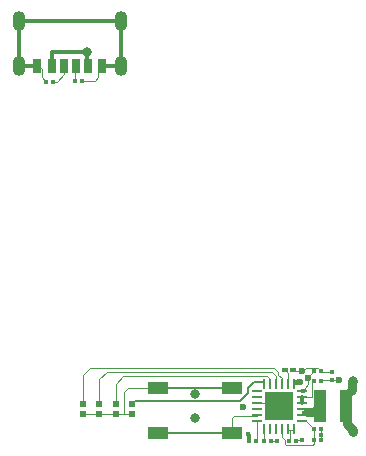
<source format=gbr>
G04*
G04 #@! TF.GenerationSoftware,Altium Limited,Altium Designer,23.10.1 (27)*
G04*
G04 Layer_Physical_Order=1*
G04 Layer_Color=255*
%FSLAX44Y44*%
%MOMM*%
G71*
G04*
G04 #@! TF.SameCoordinates,EE71AB0A-04B5-4847-A965-A32D4C1E190E*
G04*
G04*
G04 #@! TF.FilePolarity,Positive*
G04*
G01*
G75*
%ADD11C,0.1000*%
%ADD12C,0.2000*%
%ADD15R,0.3000X0.3000*%
%ADD16R,0.8000X1.2000*%
%ADD17R,0.7000X1.2000*%
%ADD18R,0.7600X1.2000*%
%ADD19R,0.5000X0.4500*%
G04:AMPARAMS|DCode=20|XSize=0.55mm|YSize=0.5mm|CornerRadius=0.0625mm|HoleSize=0mm|Usage=FLASHONLY|Rotation=0.000|XOffset=0mm|YOffset=0mm|HoleType=Round|Shape=RoundedRectangle|*
%AMROUNDEDRECTD20*
21,1,0.5500,0.3750,0,0,0.0*
21,1,0.4250,0.5000,0,0,0.0*
1,1,0.1250,0.2125,-0.1875*
1,1,0.1250,-0.2125,-0.1875*
1,1,0.1250,-0.2125,0.1875*
1,1,0.1250,0.2125,0.1875*
%
%ADD20ROUNDEDRECTD20*%
%ADD21R,1.7000X1.0000*%
%ADD22R,1.0000X2.7000*%
%ADD23R,0.3000X0.3000*%
%ADD24R,2.4500X2.4500*%
%ADD25O,0.8500X0.2500*%
%ADD26O,0.2500X0.8500*%
G04:AMPARAMS|DCode=38|XSize=1.1mm|YSize=1.7mm|CornerRadius=0.55mm|HoleSize=0mm|Usage=FLASHONLY|Rotation=180.000|XOffset=0mm|YOffset=0mm|HoleType=Round|Shape=RoundedRectangle|*
%AMROUNDEDRECTD38*
21,1,1.1000,0.6000,0,0,180.0*
21,1,0.0000,1.7000,0,0,180.0*
1,1,1.1000,0.0000,0.3000*
1,1,1.1000,0.0000,0.3000*
1,1,1.1000,0.0000,-0.3000*
1,1,1.1000,0.0000,-0.3000*
%
%ADD38ROUNDEDRECTD38*%
%ADD45C,0.8000*%
%ADD46C,0.3000*%
%ADD47C,0.4000*%
%ADD48C,0.8000*%
%ADD49C,0.6000*%
%ADD50C,0.4000*%
%ADD51C,0.5000*%
D11*
X2244530Y51760D02*
Y53657D01*
X2243837Y54350D02*
X2244530Y53657D01*
X2132570Y36040D02*
X2132752D01*
X2134743Y38031D01*
X2281300Y58178D02*
X2281370Y58249D01*
X2281300Y52500D02*
Y58178D01*
Y58500D02*
X2286300Y63500D01*
X2084300Y321900D02*
X2085000Y322600D01*
X2084300Y309200D02*
Y321900D01*
X2052550Y322550D02*
X2056000Y319100D01*
X2104000D02*
X2107150Y322250D01*
X2104000Y312500D02*
Y319100D01*
X2100700Y309200D02*
X2104000Y312500D01*
X2090300Y309200D02*
X2100700D01*
X2068500Y308600D02*
X2075000Y315100D01*
Y322600D01*
X2065800Y308600D02*
X2068500D01*
X2056000Y312400D02*
X2059800Y308600D01*
X2056000Y312400D02*
Y319100D01*
X2292300Y5500D02*
Y14500D01*
X2238030Y36530D02*
X2254530D01*
X2259243Y52047D02*
Y57557D01*
X2254530Y53030D02*
Y59390D01*
Y51760D02*
Y53030D01*
X2249243Y52047D02*
Y57057D01*
X2219050Y25260D02*
X2238030D01*
X2301300Y56500D02*
X2307300D01*
X2293300D02*
X2301300D01*
X2267030Y13760D02*
X2269530D01*
X2264530D02*
X2267030D01*
X2269530Y53030D02*
Y53231D01*
Y51760D02*
Y53030D01*
Y53231D02*
X2270223Y53924D01*
Y54500D01*
X2264530Y53030D02*
Y61750D01*
X2256300Y60500D02*
X2259243Y57557D01*
X2249243Y52047D02*
X2249530Y51760D01*
X2259243Y52047D02*
X2259530Y51760D01*
X2256300Y60500D02*
Y62700D01*
X2250680Y63240D02*
X2254530Y59390D01*
X2246870Y59430D02*
X2249243Y57057D01*
X2104630Y56890D02*
X2110980Y63240D01*
X2118600Y53080D02*
X2124950Y59430D01*
X2246870D01*
X2110980Y63240D02*
X2250680D01*
X2266300Y13030D02*
X2267030Y13760D01*
X2284423Y53623D02*
X2286300Y55500D01*
X2278530Y47223D02*
Y49730D01*
X2281300Y52500D01*
X2284423Y42116D02*
Y53623D01*
X2128710Y49220D02*
X2154410D01*
X2125585Y46095D02*
X2128710Y49220D01*
X2283837Y41530D02*
X2284423Y42116D01*
X2276030Y41530D02*
X2283837D01*
X2276030Y26530D02*
Y30260D01*
X2259530Y7804D02*
X2262300Y5034D01*
X2244530Y4730D02*
Y15030D01*
X2259530Y7804D02*
Y13760D01*
X2259659Y13630D01*
X2259530Y13760D02*
Y15030D01*
X2118600Y36040D02*
Y53080D01*
X2104630Y36040D02*
Y56890D01*
X2125585Y26940D02*
X2132570D01*
X2118600D02*
X2125585D01*
X2104630D02*
X2118600D01*
X2125585D02*
Y46095D01*
X2238030Y5230D02*
Y21530D01*
X2217410Y23620D02*
X2219050Y25260D01*
X2217410Y11220D02*
Y23620D01*
X2279300Y21500D02*
X2286300Y14500D01*
Y6500D02*
Y14500D01*
X2277676Y21500D02*
X2279300D01*
X2266300Y5500D02*
Y13030D01*
X2292300Y14500D02*
X2292300Y14500D01*
Y9500D02*
Y14500D01*
X2244300Y4500D02*
X2244530Y4730D01*
X2237300Y4500D02*
X2238030Y5230D01*
X2250300Y4500D02*
X2254800D01*
X2265300D02*
X2266300Y5500D01*
X2262886Y1500D02*
X2285300D01*
X2286300Y2500D02*
Y5500D01*
X2262300Y2086D02*
X2262886Y1500D01*
X2262300Y2086D02*
Y5034D01*
X2285300Y1500D02*
X2286300Y2500D01*
X2271300Y4500D02*
X2272300Y5500D01*
X2276300D01*
X2090660Y26940D02*
X2104630D01*
X2090660Y36040D02*
Y60700D01*
X2291300Y64500D02*
X2292300Y63500D01*
X2096540Y66580D02*
X2252420D01*
X2256300Y62700D01*
X2090660Y60700D02*
X2096540Y66580D01*
X2291300Y64500D02*
X2291300D01*
Y64500D02*
Y64500D01*
X2269050D02*
X2270050Y63500D01*
X2277364D02*
X2280014Y66150D01*
X2289650D02*
X2291300Y64500D01*
X2280014Y66150D02*
X2289650D01*
X2292300Y55500D02*
X2293300Y56500D01*
Y62500D02*
X2301300D01*
X2292300Y63500D02*
X2293300Y62500D01*
X2262550Y63500D02*
X2262780D01*
X2276300D02*
X2277364D01*
X2270050D02*
X2276300D01*
X2262780D02*
X2264530Y61750D01*
D12*
X2134743Y38031D02*
X2223430D01*
X2230360Y44960D01*
X2235450Y54350D02*
X2243837D01*
X2230360Y49260D02*
X2235450Y54350D01*
X2230360Y44960D02*
Y49260D01*
X2154410Y49220D02*
X2217410D01*
X2154410Y11220D02*
X2217410D01*
D15*
X2090300Y309200D02*
D03*
X2084300D02*
D03*
X2059800Y308600D02*
D03*
X2065800D02*
D03*
X2286300Y5500D02*
D03*
X2292300D02*
D03*
X2286300Y14500D02*
D03*
X2292300D02*
D03*
X2265300Y4500D02*
D03*
X2271300D02*
D03*
X2244300D02*
D03*
X2250300D02*
D03*
X2237300D02*
D03*
X2231300D02*
D03*
X2286300Y55500D02*
D03*
X2292300D02*
D03*
Y63500D02*
D03*
X2286300D02*
D03*
D16*
X2052200Y322200D02*
D03*
X2107200D02*
D03*
D17*
X2084700D02*
D03*
X2074700D02*
D03*
D18*
X2094900D02*
D03*
X2064500D02*
D03*
D19*
X2269050Y64500D02*
D03*
X2261550D02*
D03*
D20*
X2090660Y26940D02*
D03*
Y36040D02*
D03*
X2118600Y26940D02*
D03*
Y36040D02*
D03*
X2104630Y26940D02*
D03*
Y36040D02*
D03*
X2132570Y26940D02*
D03*
Y36040D02*
D03*
D21*
X2154410Y11220D02*
D03*
X2217410D02*
D03*
X2154410Y49220D02*
D03*
X2217410D02*
D03*
D22*
X2291300Y34500D02*
D03*
X2313300D02*
D03*
D23*
X2301300Y62500D02*
D03*
Y56500D02*
D03*
D24*
X2257030Y34030D02*
D03*
D25*
X2276030Y46530D02*
D03*
Y41530D02*
D03*
Y36530D02*
D03*
Y31530D02*
D03*
Y26530D02*
D03*
Y21530D02*
D03*
X2238030D02*
D03*
Y26530D02*
D03*
Y31530D02*
D03*
Y36530D02*
D03*
Y41530D02*
D03*
Y46530D02*
D03*
D26*
X2269530Y15030D02*
D03*
X2264530D02*
D03*
X2259530D02*
D03*
X2254530D02*
D03*
X2249530D02*
D03*
X2244530D02*
D03*
Y53030D02*
D03*
X2249530D02*
D03*
X2254530D02*
D03*
X2259530D02*
D03*
X2264530D02*
D03*
X2269530D02*
D03*
D38*
X2036500Y322200D02*
D03*
Y360200D02*
D03*
X2122900Y322200D02*
D03*
Y360200D02*
D03*
D45*
X2314300Y18772D02*
Y44000D01*
X2280300Y29322D02*
X2286122D01*
X2319300Y12500D02*
Y13772D01*
X2314300Y44000D02*
X2318401Y48101D01*
Y54601D01*
X2314300Y18772D02*
X2319300Y13772D01*
X2318401Y54601D02*
X2319300Y55500D01*
X2286122Y29322D02*
X2291300Y34500D01*
D46*
X2230400Y10600D02*
X2231300Y9700D01*
Y4500D02*
Y9700D01*
X2276030Y46530D02*
X2276350Y46850D01*
X2277650D01*
X2094450Y322650D02*
X2094900Y322200D01*
X2094450Y322650D02*
Y333050D01*
X2094000Y333500D02*
X2094450Y333050D01*
X2093950Y333450D02*
X2094000Y333500D01*
X2064750Y333150D02*
X2065050Y333450D01*
X2093950D01*
X2064750Y322450D02*
Y333150D01*
X2064500Y322200D02*
X2064750Y322450D01*
X2036500Y322200D02*
X2052200D01*
X2107200D02*
X2122900D01*
Y360200D01*
X2036500D02*
X2122900D01*
X2036500Y322200D02*
Y360200D01*
X2276030Y36530D02*
Y41530D01*
D47*
X2270223Y54500D02*
X2274300D01*
D48*
X2185800Y44260D02*
D03*
X2185700Y24200D02*
D03*
X2094000Y333500D02*
D03*
X2319300Y55500D02*
D03*
Y12500D02*
D03*
D49*
X2281370Y58249D02*
D03*
X2217410Y49220D02*
D03*
X2154410D02*
D03*
X2226100Y33300D02*
D03*
X2276300Y63500D02*
D03*
X2307300Y56500D02*
D03*
X2274300Y54500D02*
D03*
D50*
X2230400Y10600D02*
D03*
X2292300Y9500D02*
D03*
X2276300Y5500D02*
D03*
X2254800Y4500D02*
D03*
D51*
X2251530Y28530D02*
D03*
Y39530D02*
D03*
X2262530Y28530D02*
D03*
Y39530D02*
D03*
M02*

</source>
